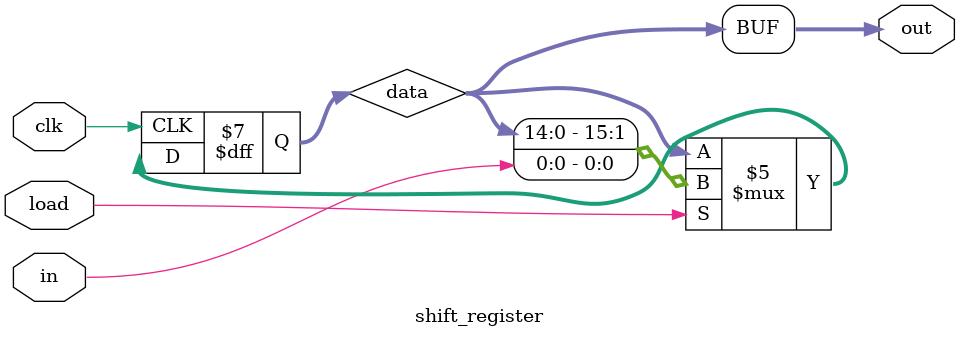
<source format=sv>
module shift_register #(parameter width = 16)
(
    input clk,
    input load,
    input logic in,
    output logic [width-1:0] out
);

logic [width-1:0] data;

initial
begin
    data = 1'b0;
end

always_ff @(posedge clk)
begin
    if (load)
    begin
        data = {data[width-2:0], in};
    end
end

always_comb
begin
    out = data;
end

endmodule : shift_register

</source>
